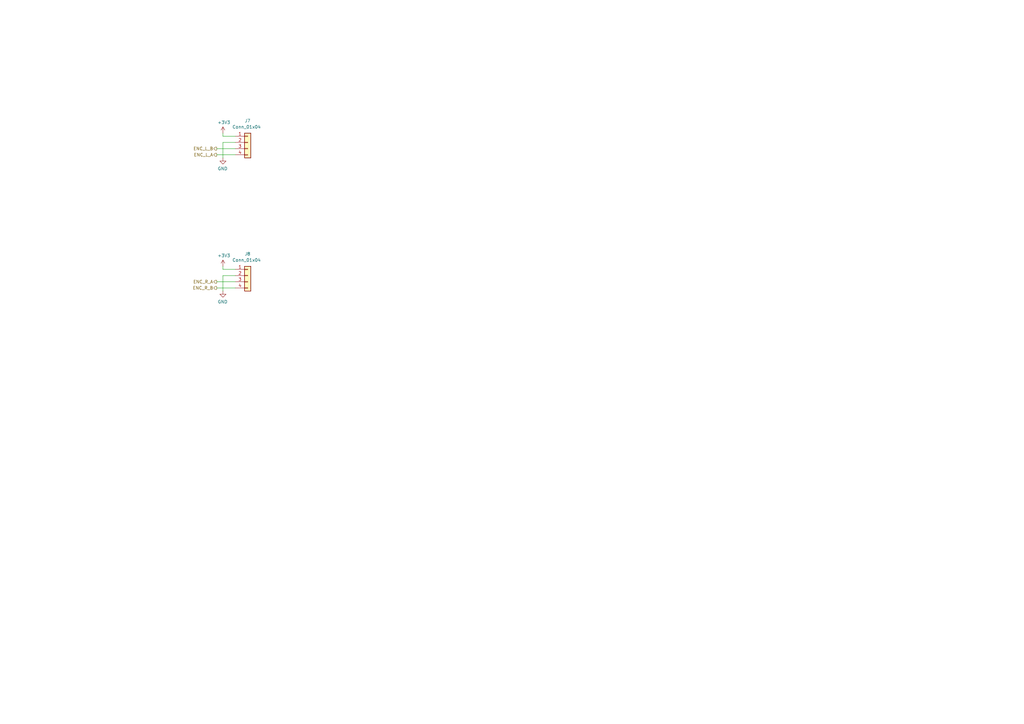
<source format=kicad_sch>
(kicad_sch (version 20211123) (generator eeschema)
  (paper "A3")
  (lib_symbols
    (symbol "Connector_Generic:Conn_01x04" (pin_names (offset 1.016) hide)
      (property "Reference" "J" (at 0 5.08 0))
      (property "Value" "Conn_01x04" (at 0 -7.62 0))
      (symbol "Conn_01x04_1_1"
        (rectangle (start -1.27 -4.953) (end 0 -5.207) (stroke (width 0.1524)))
        (rectangle (start -1.27 -2.413) (end 0 -2.667) (stroke (width 0.1524)))
        (rectangle (start -1.27 0.127) (end 0 -0.127) (stroke (width 0.1524)))
        (rectangle (start -1.27 2.667) (end 0 2.413) (stroke (width 0.1524)))
        (rectangle (start -1.27 3.81) (end 1.27 -6.35) (stroke (width 0.254)) (fill (type background)))
        (pin passive line (at -5.08 2.54 0) (length 3.81) (name "Pin_1") (number "1"))
        (pin passive line (at -5.08 0 0) (length 3.81) (name "Pin_2") (number "2"))
        (pin passive line (at -5.08 -2.54 0) (length 3.81) (name "Pin_3") (number "3"))
        (pin passive line (at -5.08 -5.08 0) (length 3.81) (name "Pin_4") (number "4"))
      )
    )
    (symbol "power:+3V3" (power) (pin_names (offset 0))
      (property "Value" "+3V3" (at 0 3.556 0))
      (symbol "+3V3_0_1"
        (polyline (pts (xy -0.762 1.27) (xy 0 2.54)))
        (polyline (pts (xy 0 0) (xy 0 2.54)))
        (polyline (pts (xy 0 2.54) (xy 0.762 1.27)))
      )
      (symbol "+3V3_1_1"
        (pin power_in line (at 0 0 90) (length 0) hide (name "+3V3") (number "1"))
      )
    )
    (symbol "power:GND" (power) (pin_names (offset 0))
      (property "Value" "GND" (at 0 -3.81 0))
      (symbol "GND_0_1"
        (polyline (pts (xy 0 0) (xy 0 -1.27) (xy 1.27 -1.27) (xy 0 -2.54) (xy -1.27 -1.27) (xy 0 -1.27)))
      )
      (symbol "GND_1_1"
        (pin power_in line (at 0 0 270) (length 0) hide (name "GND") (number "1"))
      )
    )
  )
  (wire (pts (xy 96.52 55.88) (xy 91.44 55.88)))
  (wire (pts (xy 88.9 60.96) (xy 96.52 60.96)))
  (wire (pts (xy 91.44 113.03) (xy 91.44 119.38)))
  (wire (pts (xy 91.44 54.61) (xy 91.44 55.88)))
  (wire (pts (xy 91.44 58.42) (xy 91.44 64.77)))
  (wire (pts (xy 91.44 109.22) (xy 91.44 110.49)))
  (wire (pts (xy 96.52 110.49) (xy 91.44 110.49)))
  (wire (pts (xy 88.9 63.5) (xy 96.52 63.5)))
  (wire (pts (xy 88.9 118.11) (xy 96.52 118.11)))
  (wire (pts (xy 88.9 115.57) (xy 96.52 115.57)))
  (wire (pts (xy 96.52 113.03) (xy 91.44 113.03)))
  (wire (pts (xy 96.52 58.42) (xy 91.44 58.42)))
  (hierarchical_label "ENC_R_A" (shape output) (at 88.9 115.57 180))
  (hierarchical_label "ENC_L_A" (shape output) (at 88.9 63.5 180))
  (hierarchical_label "ENC_R_B" (shape output) (at 88.9 118.11 180))
  (hierarchical_label "ENC_L_B" (shape output) (at 88.9 60.96 180))
  (symbol (lib_id "Connector_Generic:Conn_01x04") (at 101.6 58.42 0) (unit 1)
    (property "Reference" "J7" (at 100.33 49.53 0) (effects (justify left)))
    (property "Value" "Conn_01x04" (at 95.25 52.07 0) (effects (justify left)))
    (property "Footprint" "connector_brd2brd:01x04_1.0x0.5mm_SMD" (effects hide))
  )
  (symbol (lib_id "Connector_Generic:Conn_01x04") (at 101.6 113.03 0) (unit 1)
    (property "Reference" "J8" (at 100.33 104.14 0) (effects (justify left)))
    (property "Value" "Conn_01x04" (at 95.25 106.68 0) (effects (justify left)))
    (property "Footprint" "connector_brd2brd:01x04_1.0x0.5mm_SMD" (effects hide))
  )
  (symbol (lib_id "power:GND") (at 91.44 64.77 0) (mirror y) (unit 1)
    (property "Reference" "#PWR0162" (effects hide))
    (property "Value" "GND" (at 91.313 69.1642 0))
  )
  (symbol (lib_id "power:GND") (at 91.44 119.38 0) (mirror y) (unit 1)
    (property "Reference" "#PWR0161" (effects hide))
    (property "Value" "GND" (at 91.313 123.7742 0))
  )
  (symbol (lib_id "power:+3V3") (at 91.44 54.61 0) (unit 1)
    (property "Reference" "#PWR0163" (effects hide))
    (property "Value" "+3V3" (at 91.821 50.2158 0))
  )
  (symbol (lib_id "power:+3V3") (at 91.44 109.22 0) (unit 1)
    (property "Reference" "#PWR0164" (effects hide))
    (property "Value" "+3V3" (at 91.821 104.8258 0))
  )
)
</source>
